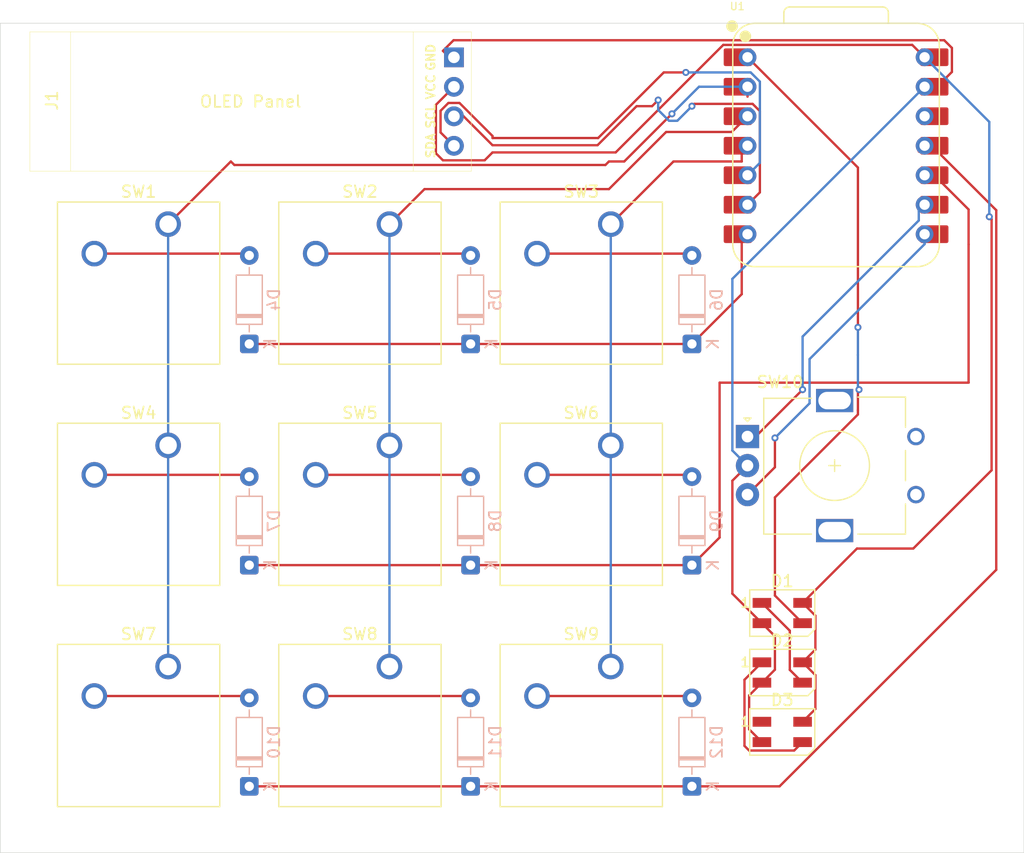
<source format=kicad_pcb>
(kicad_pcb (version 20241229) (generator "pcbnew") (generator_version "9.0")
  (layers (0 "F.Cu" signal) (2 "B.Cu" signal) (13 "F.Paste" user) (15 "B.Paste" user) (5 "F.SilkS" user "F.Silkscreen") (7 "B.SilkS" user "B.Silkscreen") (1 "F.Mask" user) (3 "B.Mask" user) (25 "Edge.Cuts" user))
  (net 0 "")
  (net 1 "Net-(D1-DIN)")
  (net 2 "+5V")
  (net 3 "GND")
  (net 4 "Net-(D1-DOUT)")
  (net 5 "Net-(D2-DOUT)")
  (net 7 "Row 0")
  (net 8 "Net-(D4-A)")
  (net 9 "Net-(D5-A)")
  (net 10 "Net-(D6-A)")
  (net 11 "Net-(D7-A)")
  (net 12 "Row 1")
  (net 13 "Net-(D8-A)")
  (net 14 "Net-(D9-A)")
  (net 15 "Net-(D10-A)")
  (net 16 "Row 2")
  (net 17 "Net-(D11-A)")
  (net 18 "Net-(D12-A)")
  (net 19 "Net-(J1-SDA)")
  (net 20 "Net-(J1-SCL)")
  (net 21 "Column 0")
  (net 22 "Column 1")
  (net 23 "Column 2")
  (net 24 "Net-(U1-GPIO1{slash}RX)")
  (net 25 "Net-(U1-GPIO2{slash}SCK)")
  (footprint "Button_Switch_Keyboard:SW_Cherry_MX_1.00u_PCB" (layer "F.Cu") (at 176.37125 50.64125)
    (property "Reference" "SW3" (at -2.54 -2.794 0) (layer "F.SilkS"))
    (property "Value" "SW_Push")
    (fp_line (start -9.525 -1.905) (end 4.445 -1.905) (stroke (width 0.12)) (layer "F.SilkS"))
    (fp_line (start -9.525 12.065) (end -9.525 -1.905) (stroke (width 0.12)) (layer "F.SilkS"))
    (fp_line (start 4.445 -1.905) (end 4.445 12.065) (stroke (width 0.12)) (layer "F.SilkS"))
    (fp_line (start 4.445 12.065) (end -9.525 12.065) (stroke (width 0.12)) (layer "F.SilkS"))
    (pad "" np_thru_hole circle (at -7.62 5.08) (size 1.7 1.7) (drill 1.7) (layers "*.Cu" "*.Mask"))
    (pad "" np_thru_hole circle (at -2.54 5.08) (size 4 4) (drill 4) (layers "*.Cu" "*.Mask"))
    (pad "" np_thru_hole circle (at 2.54 5.08) (size 1.7 1.7) (drill 1.7) (layers "*.Cu" "*.Mask"))
    (pad "1" thru_hole circle (at 0 0) (size 2.2 2.2) (drill 1.5) (layers "*.Cu" "*.Mask") (net 23 "Column 2"))
    (pad "2" thru_hole circle (at -6.35 2.54) (size 2.2 2.2) (drill 1.5) (layers "*.Cu" "*.Mask") (net 10 "Net-(D6-A)"))
  )
  (footprint "Button_Switch_Keyboard:SW_Cherry_MX_1.00u_PCB" (layer "F.Cu") (at 157.32125 69.69125)
    (property "Reference" "SW5" (at -2.54 -2.794 0) (layer "F.SilkS"))
    (property "Value" "SW_Push")
    (fp_line (start -9.525 -1.905) (end 4.445 -1.905) (stroke (width 0.12)) (layer "F.SilkS"))
    (fp_line (start -9.525 12.065) (end -9.525 -1.905) (stroke (width 0.12)) (layer "F.SilkS"))
    (fp_line (start 4.445 -1.905) (end 4.445 12.065) (stroke (width 0.12)) (layer "F.SilkS"))
    (fp_line (start 4.445 12.065) (end -9.525 12.065) (stroke (width 0.12)) (layer "F.SilkS"))
    (pad "" np_thru_hole circle (at -7.62 5.08) (size 1.7 1.7) (drill 1.7) (layers "*.Cu" "*.Mask"))
    (pad "" np_thru_hole circle (at -2.54 5.08) (size 4 4) (drill 4) (layers "*.Cu" "*.Mask"))
    (pad "" np_thru_hole circle (at 2.54 5.08) (size 1.7 1.7) (drill 1.7) (layers "*.Cu" "*.Mask"))
    (pad "1" thru_hole circle (at 0 0) (size 2.2 2.2) (drill 1.5) (layers "*.Cu" "*.Mask") (net 22 "Column 1"))
    (pad "2" thru_hole circle (at -6.35 2.54) (size 2.2 2.2) (drill 1.5) (layers "*.Cu" "*.Mask") (net 13 "Net-(D8-A)"))
  )
  (footprint "Button_Switch_Keyboard:SW_Cherry_MX_1.00u_PCB" (layer "F.Cu") (at 138.27125 88.74125)
    (property "Reference" "SW7" (at -2.54 -2.794 0) (layer "F.SilkS"))
    (property "Value" "SW_Push")
    (fp_line (start -9.525 -1.905) (end 4.445 -1.905) (stroke (width 0.12)) (layer "F.SilkS"))
    (fp_line (start -9.525 12.065) (end -9.525 -1.905) (stroke (width 0.12)) (layer "F.SilkS"))
    (fp_line (start 4.445 -1.905) (end 4.445 12.065) (stroke (width 0.12)) (layer "F.SilkS"))
    (fp_line (start 4.445 12.065) (end -9.525 12.065) (stroke (width 0.12)) (layer "F.SilkS"))
    (pad "" np_thru_hole circle (at -7.62 5.08) (size 1.7 1.7) (drill 1.7) (layers "*.Cu" "*.Mask"))
    (pad "" np_thru_hole circle (at -2.54 5.08) (size 4 4) (drill 4) (layers "*.Cu" "*.Mask"))
    (pad "" np_thru_hole circle (at 2.54 5.08) (size 1.7 1.7) (drill 1.7) (layers "*.Cu" "*.Mask"))
    (pad "1" thru_hole circle (at 0 0) (size 2.2 2.2) (drill 1.5) (layers "*.Cu" "*.Mask") (net 21 "Column 0"))
    (pad "2" thru_hole circle (at -6.35 2.54) (size 2.2 2.2) (drill 1.5) (layers "*.Cu" "*.Mask") (net 15 "Net-(D10-A)"))
  )
  (footprint "LED_SMD:LED_SK6812MINI_PLCC4_3.5x3.5mm_P1.75mm" (layer "F.Cu") (at 191.13125 94.375)
    (property "Reference" "D3" (at 0 -2.75 0) (layer "F.SilkS"))
    (property "Value" "SK6812MINI")
    (fp_line (start -2.8 -2) (end -2.8 2) (stroke (width 0.12)) (layer "F.SilkS"))
    (fp_line (start -2.8 -2) (end 2.8 -2) (stroke (width 0.12)) (layer "F.SilkS"))
    (fp_line (start -2.8 2) (end 2.2 2) (stroke (width 0.12)) (layer "F.SilkS"))
    (fp_line (start 2.8 1.4) (end 2.2 2) (stroke (width 0.12)) (layer "F.SilkS"))
    (fp_line (start 2.8 1.4) (end 2.8 -2) (stroke (width 0.12)) (layer "F.SilkS"))
    (fp_text user "1" (at -3.2 -0.875 0) (layer "F.SilkS") (effects (font (size 0.8 0.8))))
    (pad "1" smd rect (at -1.75 -0.875) (size 1.6 0.85) (layers "F.Cu" "F.Mask" "F.Paste"))
    (pad "2" smd rect (at -1.75 0.875) (size 1.6 0.85) (layers "F.Cu" "F.Mask" "F.Paste") (net 3 "GND"))
    (pad "3" smd rect (at 1.75 0.875) (size 1.6 0.85) (layers "F.Cu" "F.Mask" "F.Paste") (net 5 "Net-(D2-DOUT)"))
    (pad "4" smd rect (at 1.75 -0.875) (size 1.6 0.85) (layers "F.Cu" "F.Mask" "F.Paste") (net 2 "+5V"))
  )
  (footprint "Button_Switch_Keyboard:SW_Cherry_MX_1.00u_PCB" (layer "F.Cu") (at 157.32125 50.64125)
    (property "Reference" "SW2" (at -2.54 -2.794 0) (layer "F.SilkS"))
    (property "Value" "SW_Push")
    (fp_line (start -9.525 -1.905) (end 4.445 -1.905) (stroke (width 0.12)) (layer "F.SilkS"))
    (fp_line (start -9.525 12.065) (end -9.525 -1.905) (stroke (width 0.12)) (layer "F.SilkS"))
    (fp_line (start 4.445 -1.905) (end 4.445 12.065) (stroke (width 0.12)) (layer "F.SilkS"))
    (fp_line (start 4.445 12.065) (end -9.525 12.065) (stroke (width 0.12)) (layer "F.SilkS"))
    (pad "" np_thru_hole circle (at -7.62 5.08) (size 1.7 1.7) (drill 1.7) (layers "*.Cu" "*.Mask"))
    (pad "" np_thru_hole circle (at -2.54 5.08) (size 4 4) (drill 4) (layers "*.Cu" "*.Mask"))
    (pad "" np_thru_hole circle (at 2.54 5.08) (size 1.7 1.7) (drill 1.7) (layers "*.Cu" "*.Mask"))
    (pad "1" thru_hole circle (at 0 0) (size 2.2 2.2) (drill 1.5) (layers "*.Cu" "*.Mask") (net 22 "Column 1"))
    (pad "2" thru_hole circle (at -6.35 2.54) (size 2.2 2.2) (drill 1.5) (layers "*.Cu" "*.Mask") (net 9 "Net-(D5-A)"))
  )
  (footprint "LED_SMD:LED_SK6812MINI_PLCC4_3.5x3.5mm_P1.75mm" (layer "F.Cu") (at 191.13125 84.135)
    (property "Reference" "D1" (at 0 -2.75 0) (layer "F.SilkS"))
    (property "Value" "SK6812MINI")
    (fp_line (start -2.8 -2) (end -2.8 2) (stroke (width 0.12)) (layer "F.SilkS"))
    (fp_line (start -2.8 -2) (end 2.8 -2) (stroke (width 0.12)) (layer "F.SilkS"))
    (fp_line (start -2.8 2) (end 2.2 2) (stroke (width 0.12)) (layer "F.SilkS"))
    (fp_line (start 2.8 1.4) (end 2.2 2) (stroke (width 0.12)) (layer "F.SilkS"))
    (fp_line (start 2.8 1.4) (end 2.8 -2) (stroke (width 0.12)) (layer "F.SilkS"))
    (fp_text user "1" (at -3.2 -0.875 0) (layer "F.SilkS") (effects (font (size 0.8 0.8))))
    (pad "1" smd rect (at -1.75 -0.875) (size 1.6 0.85) (layers "F.Cu" "F.Mask" "F.Paste") (net 4 "Net-(D1-DOUT)"))
    (pad "2" smd rect (at -1.75 0.875) (size 1.6 0.85) (layers "F.Cu" "F.Mask" "F.Paste") (net 3 "GND"))
    (pad "3" smd rect (at 1.75 0.875) (size 1.6 0.85) (layers "F.Cu" "F.Mask" "F.Paste") (net 1 "Net-(D1-DIN)"))
    (pad "4" smd rect (at 1.75 -0.875) (size 1.6 0.85) (layers "F.Cu" "F.Mask" "F.Paste") (net 2 "+5V"))
  )
  (footprint "Button_Switch_Keyboard:SW_Cherry_MX_1.00u_PCB" (layer "F.Cu") (at 138.27125 50.64125)
    (property "Reference" "SW1" (at -2.54 -2.794 0) (layer "F.SilkS"))
    (property "Value" "SW_Push")
    (fp_line (start -9.525 -1.905) (end 4.445 -1.905) (stroke (width 0.12)) (layer "F.SilkS"))
    (fp_line (start -9.525 12.065) (end -9.525 -1.905) (stroke (width 0.12)) (layer "F.SilkS"))
    (fp_line (start 4.445 -1.905) (end 4.445 12.065) (stroke (width 0.12)) (layer "F.SilkS"))
    (fp_line (start 4.445 12.065) (end -9.525 12.065) (stroke (width 0.12)) (layer "F.SilkS"))
    (pad "" np_thru_hole circle (at -7.62 5.08) (size 1.7 1.7) (drill 1.7) (layers "*.Cu" "*.Mask"))
    (pad "" np_thru_hole circle (at -2.54 5.08) (size 4 4) (drill 4) (layers "*.Cu" "*.Mask"))
    (pad "" np_thru_hole circle (at 2.54 5.08) (size 1.7 1.7) (drill 1.7) (layers "*.Cu" "*.Mask"))
    (pad "1" thru_hole circle (at 0 0) (size 2.2 2.2) (drill 1.5) (layers "*.Cu" "*.Mask") (net 21 "Column 0"))
    (pad "2" thru_hole circle (at -6.35 2.54) (size 2.2 2.2) (drill 1.5) (layers "*.Cu" "*.Mask") (net 8 "Net-(D4-A)"))
  )
  (footprint "OPL:XIAO-RP2040-DIP" (layer "F.Cu") (at 195.761826 43.888113)
    (property "Reference" "U1" (at -8.5 -12 0) (layer "F.SilkS") (effects (font (size 0.635 0.635) (thickness 0.1016))))
    (property "Value" "XIAO-RP2040-DIP")
    (fp_line (start -8.89 8.509) (end -8.89 -8.636) (stroke (width 0.127)) (layer "F.SilkS"))
    (fp_line (start -6.985 10.414) (end 6.985 10.414) (stroke (width 0.127)) (layer "F.SilkS"))
    (fp_line (start -4.495 -10.541) (end -4.491272 -11.451272) (stroke (width 0.127)) (layer "F.SilkS"))
    (fp_line (start -3.991272 -11.951) (end 4.004 -11.951) (stroke (width 0.127)) (layer "F.SilkS"))
    (fp_line (start 4.504 -11.451) (end 4.504 -10.541) (stroke (width 0.127)) (layer "F.SilkS"))
    (fp_line (start 6.985 -10.541) (end -6.985 -10.541) (stroke (width 0.1)) (layer "F.SilkS"))
    (fp_line (start 6.985 -10.541) (end -6.985 -10.541) (stroke (width 0.127)) (layer "F.SilkS"))
    (fp_line (start 8.89 8.509) (end 8.89 -8.636) (stroke (width 0.127)) (layer "F.SilkS"))
    (fp_arc (start -8.89 -8.636) (mid -8.332038 -9.983038) (end -6.985 -10.541) (stroke (width 0.127)) (layer "F.SilkS"))
    (fp_arc (start -6.985 10.414) (mid -8.332038 9.856038) (end -8.89 8.509) (stroke (width 0.127)) (layer "F.SilkS"))
    (fp_arc (start -4.491272 -11.451272) (mid -4.344728 -11.80464) (end -3.991272 -11.951) (stroke (width 0.127)) (layer "F.SilkS"))
    (fp_arc (start 4.004 -11.951) (mid 4.357553 -11.804553) (end 4.504 -11.451) (stroke (width 0.127)) (layer "F.SilkS"))
    (fp_arc (start 6.985 -10.541) (mid 8.332038 -9.983038) (end 8.89 -8.636) (stroke (width 0.127)) (layer "F.SilkS"))
    (fp_arc (start 8.89 8.509) (mid 8.332038 9.856038) (end 6.985 10.414) (stroke (width 0.127)) (layer "F.SilkS"))
    (fp_circle (center -8.95 -10.3) (end -8.95 -10.554) (stroke (width 0.5)) (fill yes) (layer "F.SilkS"))
    (fp_circle (center -7.807 -9.42) (end -7.807 -9.674) (stroke (width 0.5)) (fill yes) (layer "F.SilkS"))
    (pad "1" smd roundrect (at -8.455 -7.62 180) (size 2.432 1.524) (layers "F.Cu" "F.Mask") (roundrect_rratio 0.1) (net 1 "Net-(D1-DIN)"))
    (pad "1" thru_hole circle (at -7.62 -7.62 180) (size 1.524 1.524) (drill 0.889) (layers "*.Cu" "*.Mask") (net 1 "Net-(D1-DIN)"))
    (pad "2" smd roundrect (at -8.455 -5.08 180) (size 2.432 1.524) (layers "F.Cu" "F.Mask") (roundrect_rratio 0.1) (net 21 "Column 0"))
    (pad "2" thru_hole circle (at -7.62 -5.08 180) (size 1.524 1.524) (drill 0.889) (layers "*.Cu" "*.Mask") (net 21 "Column 0"))
    (pad "3" smd roundrect (at -8.455 -2.54 180) (size 2.432 1.524) (layers "F.Cu" "F.Mask") (roundrect_rratio 0.1) (net 22 "Column 1"))
    (pad "3" thru_hole circle (at -7.62 -2.54 180) (size 1.524 1.524) (drill 0.889) (layers "*.Cu" "*.Mask") (net 22 "Column 1"))
    (pad "4" smd roundrect (at -8.455 0 180) (size 2.432 1.524) (layers "F.Cu" "F.Mask") (roundrect_rratio 0.1) (net 23 "Column 2"))
    (pad "4" thru_hole circle (at -7.62 0 180) (size 1.524 1.524) (drill 0.889) (layers "*.Cu" "*.Mask") (net 23 "Column 2"))
    (pad "5" smd roundrect (at -8.455 2.54 180) (size 2.432 1.524) (layers "F.Cu" "F.Mask") (roundrect_rratio 0.1) (net 19 "Net-(J1-SDA)"))
    (pad "5" thru_hole circle (at -7.62 2.54 180) (size 1.524 1.524) (drill 0.889) (layers "*.Cu" "*.Mask") (net 19 "Net-(J1-SDA)"))
    (pad "6" smd roundrect (at -8.455 5.08 180) (size 2.432 1.524) (layers "F.Cu" "F.Mask") (roundrect_rratio 0.1) (net 20 "Net-(J1-SCL)"))
    (pad "6" thru_hole circle (at -7.62 5.08 180) (size 1.524 1.524) (drill 0.889) (layers "*.Cu" "*.Mask") (net 20 "Net-(J1-SCL)"))
    (pad "7" smd roundrect (at -8.455 7.62 180) (size 2.432 1.524) (layers "F.Cu" "F.Mask") (roundrect_rratio 0.1) (net 7 "Row 0"))
    (pad "7" thru_hole circle (at -7.62 7.62 180) (size 1.524 1.524) (drill 0.889) (layers "*.Cu" "*.Mask") (net 7 "Row 0"))
    (pad "8" thru_hole circle (at 7.62 7.62) (size 1.524 1.524) (drill 0.889) (layers "*.Cu" "*.Mask") (net 24 "Net-(U1-GPIO1{slash}RX)"))
    (pad "8" smd roundrect (at 8.455 7.62) (size 2.432 1.524) (layers "F.Cu" "F.Mask") (roundrect_rratio 0.1) (net 24 "Net-(U1-GPIO1{slash}RX)"))
    (pad "9" thru_hole circle (at 7.62 5.08) (size 1.524 1.524) (drill 0.889) (layers "*.Cu" "*.Mask") (net 25 "Net-(U1-GPIO2{slash}SCK)"))
    (pad "9" smd roundrect (at 8.455 5.08) (size 2.432 1.524) (layers "F.Cu" "F.Mask") (roundrect_rratio 0.1) (net 25 "Net-(U1-GPIO2{slash}SCK)"))
    (pad "10" thru_hole circle (at 7.62 2.54) (size 1.524 1.524) (drill 0.889) (layers "*.Cu" "*.Mask") (net 12 "Row 1"))
    (pad "10" smd roundrect (at 8.455 2.54) (size 2.432 1.524) (layers "F.Cu" "F.Mask") (roundrect_rratio 0.1) (net 12 "Row 1"))
    (pad "11" thru_hole circle (at 7.62 0) (size 1.524 1.524) (drill 0.889) (layers "*.Cu" "*.Mask") (net 16 "Row 2"))
    (pad "11" smd roundrect (at 8.455 0) (size 2.432 1.524) (layers "F.Cu" "F.Mask") (roundrect_rratio 0.1) (net 16 "Row 2"))
    (pad "12" thru_hole circle (at 7.62 -2.54) (size 1.524 1.524) (drill 0.889) (layers "*.Cu" "*.Mask"))
    (pad "12" smd roundrect (at 8.455 -2.54) (size 2.432 1.524) (layers "F.Cu" "F.Mask") (roundrect_rratio 0.1))
    (pad "13" thru_hole circle (at 7.62 -5.08) (size 1.524 1.524) (drill 0.889) (layers "*.Cu" "*.Mask") (net 3 "GND"))
    (pad "13" smd roundrect (at 8.455 -5.08) (size 2.432 1.524) (layers "F.Cu" "F.Mask") (roundrect_rratio 0.1) (net 3 "GND"))
    (pad "14" thru_hole circle (at 7.62 -7.62) (size 1.524 1.524) (drill 0.889) (layers "*.Cu" "*.Mask") (net 2 "+5V"))
    (pad "14" smd roundrect (at 8.455 -7.62) (size 2.432 1.524) (layers "F.Cu" "F.Mask") (roundrect_rratio 0.1) (net 2 "+5V"))
  )
  (footprint "OLED1:SSD1306-0.91-OLED-4pin-128x32 (2)" (layer "F.Cu") (at 126.37125 34.085589)
    (property "Reference" "J1" (at 1.9 5.91 90) (layer "F.SilkS"))
    (property "Value" "OLED_128x32")
    (fp_line (start 0 0) (end 0 12) (stroke (width 0.04)) (layer "F.SilkS"))
    (fp_line (start 0 12) (end 38 12) (stroke (width 0.04)) (layer "F.SilkS"))
    (fp_line (start 3.5 0) (end 3.5 12) (stroke (width 0.04)) (layer "F.SilkS"))
    (fp_line (start 33 0) (end 33 12) (stroke (width 0.04)) (layer "F.SilkS"))
    (fp_line (start 38 0) (end 0 0) (stroke (width 0.04)) (layer "F.SilkS"))
    (fp_line (start 38 12) (end 38 0) (stroke (width 0.04)) (layer "F.SilkS"))
    (fp_text user "OLED Panel" (at 19 6 0) (layer "F.SilkS"))
    (fp_text user "GND" (at 34.5 2.19 270) (layer "F.SilkS") (effects (font (size 0.75 0.75))))
    (fp_text user "SDA" (at 34.5 9.81 270) (layer "F.SilkS") (effects (font (size 0.75 0.75))))
    (fp_text user "VCC" (at 34.5 4.73 270) (layer "F.SilkS") (effects (font (size 0.75 0.75))))
    (fp_text user "SCL" (at 34.5 7.27 270) (layer "F.SilkS") (effects (font (size 0.75 0.75))))
    (pad "1" thru_hole rect (at 36.5 2.19) (size 1.7 1.7) (drill 1) (layers "*.Cu" "*.Mask") (net 3 "GND"))
    (pad "2" thru_hole oval (at 36.5 4.73) (size 1.7 1.7) (drill 1) (layers "*.Cu" "*.Mask") (net 2 "+5V"))
    (pad "3" thru_hole oval (at 36.5 7.27) (size 1.7 1.7) (drill 1) (layers "*.Cu" "*.Mask") (net 20 "Net-(J1-SCL)"))
    (pad "4" thru_hole oval (at 36.5 9.81) (size 1.7 1.7) (drill 1) (layers "*.Cu" "*.Mask") (net 19 "Net-(J1-SDA)"))
  )
  (footprint "Button_Switch_Keyboard:SW_Cherry_MX_1.00u_PCB" (layer "F.Cu") (at 176.37125 69.69125)
    (property "Reference" "SW6" (at -2.54 -2.794 0) (layer "F.SilkS"))
    (property "Value" "SW_Push")
    (fp_line (start -9.525 -1.905) (end 4.445 -1.905) (stroke (width 0.12)) (layer "F.SilkS"))
    (fp_line (start -9.525 12.065) (end -9.525 -1.905) (stroke (width 0.12)) (layer "F.SilkS"))
    (fp_line (start 4.445 -1.905) (end 4.445 12.065) (stroke (width 0.12)) (layer "F.SilkS"))
    (fp_line (start 4.445 12.065) (end -9.525 12.065) (stroke (width 0.12)) (layer "F.SilkS"))
    (pad "" np_thru_hole circle (at -7.62 5.08) (size 1.7 1.7) (drill 1.7) (layers "*.Cu" "*.Mask"))
    (pad "" np_thru_hole circle (at -2.54 5.08) (size 4 4) (drill 4) (layers "*.Cu" "*.Mask"))
    (pad "" np_thru_hole circle (at 2.54 5.08) (size 1.7 1.7) (drill 1.7) (layers "*.Cu" "*.Mask"))
    (pad "1" thru_hole circle (at 0 0) (size 2.2 2.2) (drill 1.5) (layers "*.Cu" "*.Mask") (net 23 "Column 2"))
    (pad "2" thru_hole circle (at -6.35 2.54) (size 2.2 2.2) (drill 1.5) (layers "*.Cu" "*.Mask") (net 14 "Net-(D9-A)"))
  )
  (footprint "Button_Switch_Keyboard:SW_Cherry_MX_1.00u_PCB" (layer "F.Cu") (at 138.27125 69.69125)
    (property "Reference" "SW4" (at -2.54 -2.794 0) (layer "F.SilkS"))
    (property "Value" "SW_Push")
    (fp_line (start -9.525 -1.905) (end 4.445 -1.905) (stroke (width 0.12)) (layer "F.SilkS"))
    (fp_line (start -9.525 12.065) (end -9.525 -1.905) (stroke (width 0.12)) (layer "F.SilkS"))
    (fp_line (start 4.445 -1.905) (end 4.445 12.065) (stroke (width 0.12)) (layer "F.SilkS"))
    (fp_line (start 4.445 12.065) (end -9.525 12.065) (stroke (width 0.12)) (layer "F.SilkS"))
    (pad "" np_thru_hole circle (at -7.62 5.08) (size 1.7 1.7) (drill 1.7) (layers "*.Cu" "*.Mask"))
    (pad "" np_thru_hole circle (at -2.54 5.08) (size 4 4) (drill 4) (layers "*.Cu" "*.Mask"))
    (pad "" np_thru_hole circle (at 2.54 5.08) (size 1.7 1.7) (drill 1.7) (layers "*.Cu" "*.Mask"))
    (pad "1" thru_hole circle (at 0 0) (size 2.2 2.2) (drill 1.5) (layers "*.Cu" "*.Mask") (net 21 "Column 0"))
    (pad "2" thru_hole circle (at -6.35 2.54) (size 2.2 2.2) (drill 1.5) (layers "*.Cu" "*.Mask") (net 11 "Net-(D7-A)"))
  )
  (footprint "Rotateryencoder:RotaryEncoder_Alps_EC11E_Vertical_H20mm" (layer "F.Cu") (at 188.1375 68.9375)
    (property "Reference" "SW10" (at 2.8 -4.7 0) (layer "F.SilkS"))
    (property "Value" "RotaryEncoder")
    (fp_line (start -0.3 -1.6) (end 0.3 -1.6) (stroke (width 0.12)) (layer "F.SilkS"))
    (fp_line (start 0 -1.3) (end -0.3 -1.6) (stroke (width 0.12)) (layer "F.SilkS"))
    (fp_line (start 0.3 -1.6) (end 0 -1.3) (stroke (width 0.12)) (layer "F.SilkS"))
    (fp_line (start 1.4 -3.3) (end 1.4 8.4) (stroke (width 0.12)) (layer "F.SilkS"))
    (fp_line (start 5.5 -3.3) (end 1.4 -3.3) (stroke (width 0.12)) (layer "F.SilkS"))
    (fp_line (start 5.5 8.4) (end 1.4 8.4) (stroke (width 0.12)) (layer "F.SilkS"))
    (fp_line (start 7 2.5) (end 8 2.5) (stroke (width 0.12)) (layer "F.SilkS"))
    (fp_line (start 7.5 2) (end 7.5 3) (stroke (width 0.12)) (layer "F.SilkS"))
    (fp_line (start 9.5 -3.4) (end 13.6 -3.4) (stroke (width 0.12)) (layer "F.SilkS"))
    (fp_line (start 13.6 -3.4) (end 13.6 -0.8) (stroke (width 0.12)) (layer "F.SilkS"))
    (fp_line (start 13.6 1.2) (end 13.6 3.8) (stroke (width 0.12)) (layer "F.SilkS"))
    (fp_line (start 13.6 5.8) (end 13.6 8.4) (stroke (width 0.12)) (layer "F.SilkS"))
    (fp_line (start 13.6 8.4) (end 9.5 8.4) (stroke (width 0.12)) (layer "F.SilkS"))
    (fp_circle (center 7.5 2.5) (end 10.5 2.5) (stroke (width 0.12)) (fill no) (layer "F.SilkS"))
    (pad "" thru_hole circle (at 14.5 0) (size 1.5 1.5) (drill 1) (layers "*.Cu" "*.Mask"))
    (pad "" thru_hole circle (at 14.5 5) (size 1.5 1.5) (drill 1) (layers "*.Cu" "*.Mask"))
    (pad "A" thru_hole rect (at 0 0) (size 2 2) (drill 1) (layers "*.Cu" "*.Mask") (net 25 "Net-(U1-GPIO2{slash}SCK)"))
    (pad "B" thru_hole circle (at 0 5) (size 2 2) (drill 1) (layers "*.Cu" "*.Mask") (net 24 "Net-(U1-GPIO1{slash}RX)"))
    (pad "C" thru_hole circle (at 0 2.5) (size 2 2) (drill 1) (layers "*.Cu" "*.Mask") (net 3 "GND"))
    (pad "MP" thru_hole rect (at 7.5 -3.1) (size 3.2 2) (drill oval 2.8 1.5) (layers "*.Cu" "*.Mask"))
    (pad "MP" thru_hole rect (at 7.5 8.1) (size 3.2 2) (drill oval 2.8 1.5) (layers "*.Cu" "*.Mask"))
  )
  (footprint "Button_Switch_Keyboard:SW_Cherry_MX_1.00u_PCB" (layer "F.Cu") (at 157.32125 88.74125)
    (property "Reference" "SW8" (at -2.54 -2.794 0) (layer "F.SilkS"))
    (property "Value" "SW_Push")
    (fp_line (start -9.525 -1.905) (end 4.445 -1.905) (stroke (width 0.12)) (layer "F.SilkS"))
    (fp_line (start -9.525 12.065) (end -9.525 -1.905) (stroke (width 0.12)) (layer "F.SilkS"))
    (fp_line (start 4.445 -1.905) (end 4.445 12.065) (stroke (width 0.12)) (layer "F.SilkS"))
    (fp_line (start 4.445 12.065) (end -9.525 12.065) (stroke (width 0.12)) (layer "F.SilkS"))
    (pad "" np_thru_hole circle (at -7.62 5.08) (size 1.7 1.7) (drill 1.7) (layers "*.Cu" "*.Mask"))
    (pad "" np_thru_hole circle (at -2.54 5.08) (size 4 4) (drill 4) (layers "*.Cu" "*.Mask"))
    (pad "" np_thru_hole circle (at 2.54 5.08) (size 1.7 1.7) (drill 1.7) (layers "*.Cu" "*.Mask"))
    (pad "1" thru_hole circle (at 0 0) (size 2.2 2.2) (drill 1.5) (layers "*.Cu" "*.Mask") (net 22 "Column 1"))
    (pad "2" thru_hole circle (at -6.35 2.54) (size 2.2 2.2) (drill 1.5) (layers "*.Cu" "*.Mask") (net 17 "Net-(D11-A)"))
  )
  (footprint "Button_Switch_Keyboard:SW_Cherry_MX_1.00u_PCB" (layer "F.Cu") (at 176.37125 88.74125)
    (property "Reference" "SW9" (at -2.54 -2.794 0) (layer "F.SilkS"))
    (property "Value" "SW_Push")
    (fp_line (start -9.525 -1.905) (end 4.445 -1.905) (stroke (width 0.12)) (layer "F.SilkS"))
    (fp_line (start -9.525 12.065) (end -9.525 -1.905) (stroke (width 0.12)) (layer "F.SilkS"))
    (fp_line (start 4.445 -1.905) (end 4.445 12.065) (stroke (width 0.12)) (layer "F.SilkS"))
    (fp_line (start 4.445 12.065) (end -9.525 12.065) (stroke (width 0.12)) (layer "F.SilkS"))
    (pad "" np_thru_hole circle (at -7.62 5.08) (size 1.7 1.7) (drill 1.7) (layers "*.Cu" "*.Mask"))
    (pad "" np_thru_hole circle (at -2.54 5.08) (size 4 4) (drill 4) (layers "*.Cu" "*.Mask"))
    (pad "" np_thru_hole circle (at 2.54 5.08) (size 1.7 1.7) (drill 1.7) (layers "*.Cu" "*.Mask"))
    (pad "1" thru_hole circle (at 0 0) (size 2.2 2.2) (drill 1.5) (layers "*.Cu" "*.Mask") (net 23 "Column 2"))
    (pad "2" thru_hole circle (at -6.35 2.54) (size 2.2 2.2) (drill 1.5) (layers "*.Cu" "*.Mask") (net 18 "Net-(D12-A)"))
  )
  (footprint "LED_SMD:LED_SK6812MINI_PLCC4_3.5x3.5mm_P1.75mm" (layer "F.Cu") (at 191.13125 89.255)
    (property "Reference" "D2" (at 0 -2.75 0) (layer "F.SilkS"))
    (property "Value" "SK6812MINI")
    (fp_line (start -2.8 -2) (end -2.8 2) (stroke (width 0.12)) (layer "F.SilkS"))
    (fp_line (start -2.8 -2) (end 2.8 -2) (stroke (width 0.12)) (layer "F.SilkS"))
    (fp_line (start -2.8 2) (end 2.2 2) (stroke (width 0.12)) (layer "F.SilkS"))
    (fp_line (start 2.8 1.4) (end 2.2 2) (stroke (width 0.12)) (layer "F.SilkS"))
    (fp_line (start 2.8 1.4) (end 2.8 -2) (stroke (width 0.12)) (layer "F.SilkS"))
    (fp_text user "1" (at -3.2 -0.875 0) (layer "F.SilkS") (effects (font (size 0.8 0.8))))
    (pad "1" smd rect (at -1.75 -0.875) (size 1.6 0.85) (layers "F.Cu" "F.Mask" "F.Paste") (net 5 "Net-(D2-DOUT)"))
    (pad "2" smd rect (at -1.75 0.875) (size 1.6 0.85) (layers "F.Cu" "F.Mask" "F.Paste") (net 3 "GND"))
    (pad "3" smd rect (at 1.75 0.875) (size 1.6 0.85) (layers "F.Cu" "F.Mask" "F.Paste") (net 4 "Net-(D1-DOUT)"))
    (pad "4" smd rect (at 1.75 -0.875) (size 1.6 0.85) (layers "F.Cu" "F.Mask" "F.Paste") (net 2 "+5V"))
  )
  (footprint "Diode_THT:D_DO-35_SOD27_P7.62mm_Horizontal" (layer "B.Cu") (at 164.30625 99.06 90)
    (property "Reference" "D11" (at 3.81 2.12 90) (layer "B.SilkS") (effects (justify mirror)))
    (property "Value" "1N4148")
    (fp_line (start 6.58 0) (end 5.93 0) (stroke (width 0.12)) (layer "B.SilkS"))
    (fp_line (start 1.04 0) (end 1.69 0) (stroke (width 0.12)) (layer "B.SilkS"))
    (fp_line (start 2.53 1.12) (end 2.53 -1.12) (stroke (width 0.12)) (layer "B.SilkS"))
    (fp_line (start 2.41 1.12) (end 2.41 -1.12) (stroke (width 0.12)) (layer "B.SilkS"))
    (fp_line (start 2.29 1.12) (end 2.29 -1.12) (stroke (width 0.12)) (layer "B.SilkS"))
    (fp_rect (start 1.69 1.12) (end 5.93 -1.12) (stroke (width 0.12)) (fill no) (layer "B.SilkS"))
    (fp_text user "K" (at 0 1.8 90) (layer "B.SilkS") (effects (justify mirror)))
    (pad "1" thru_hole roundrect (at 0 0 90) (size 1.6 1.6) (drill 0.8) (layers "*.Cu" "*.Mask") (roundrect_rratio 0.15625) (net 16 "Row 2"))
    (pad "2" thru_hole circle (at 7.62 0 90) (size 1.6 1.6) (drill 0.8) (layers "*.Cu" "*.Mask") (net 17 "Net-(D11-A)"))
  )
  (footprint "Diode_THT:D_DO-35_SOD27_P7.62mm_Horizontal" (layer "B.Cu") (at 145.25625 60.96 90)
    (property "Reference" "D4" (at 3.81 2.12 90) (layer "B.SilkS") (effects (justify mirror)))
    (property "Value" "1N4148")
    (fp_line (start 6.58 0) (end 5.93 0) (stroke (width 0.12)) (layer "B.SilkS"))
    (fp_line (start 1.04 0) (end 1.69 0) (stroke (width 0.12)) (layer "B.SilkS"))
    (fp_line (start 2.53 1.12) (end 2.53 -1.12) (stroke (width 0.12)) (layer "B.SilkS"))
    (fp_line (start 2.41 1.12) (end 2.41 -1.12) (stroke (width 0.12)) (layer "B.SilkS"))
    (fp_line (start 2.29 1.12) (end 2.29 -1.12) (stroke (width 0.12)) (layer "B.SilkS"))
    (fp_rect (start 1.69 1.12) (end 5.93 -1.12) (stroke (width 0.12)) (fill no) (layer "B.SilkS"))
    (fp_text user "K" (at 0 1.8 90) (layer "B.SilkS") (effects (justify mirror)))
    (pad "1" thru_hole roundrect (at 0 0 90) (size 1.6 1.6) (drill 0.8) (layers "*.Cu" "*.Mask") (roundrect_rratio 0.15625) (net 7 "Row 0"))
    (pad "2" thru_hole circle (at 7.62 0 90) (size 1.6 1.6) (drill 0.8) (layers "*.Cu" "*.Mask") (net 8 "Net-(D4-A)"))
  )
  (footprint "Diode_THT:D_DO-35_SOD27_P7.62mm_Horizontal" (layer "B.Cu") (at 145.25625 80.01 90)
    (property "Reference" "D7" (at 3.81 2.12 90) (layer "B.SilkS") (effects (justify mirror)))
    (property "Value" "1N4148")
    (fp_line (start 6.58 0) (end 5.93 0) (stroke (width 0.12)) (layer "B.SilkS"))
    (fp_line (start 1.04 0) (end 1.69 0) (stroke (width 0.12)) (layer "B.SilkS"))
    (fp_line (start 2.53 1.12) (end 2.53 -1.12) (stroke (width 0.12)) (layer "B.SilkS"))
    (fp_line (start 2.41 1.12) (end 2.41 -1.12) (stroke (width 0.12)) (layer "B.SilkS"))
    (fp_line (start 2.29 1.12) (end 2.29 -1.12) (stroke (width 0.12)) (layer "B.SilkS"))
    (fp_rect (start 1.69 1.12) (end 5.93 -1.12) (stroke (width 0.12)) (fill no) (layer "B.SilkS"))
    (fp_text user "K" (at 0 1.8 90) (layer "B.SilkS") (effects (justify mirror)))
    (pad "1" thru_hole roundrect (at 0 0 90) (size 1.6 1.6) (drill 0.8) (layers "*.Cu" "*.Mask") (roundrect_rratio 0.15625) (net 12 "Row 1"))
    (pad "2" thru_hole circle (at 7.62 0 90) (size 1.6 1.6) (drill 0.8) (layers "*.Cu" "*.Mask") (net 11 "Net-(D7-A)"))
  )
  (footprint "Diode_THT:D_DO-35_SOD27_P7.62mm_Horizontal" (layer "B.Cu") (at 183.35625 99.06 90)
    (property "Reference" "D12" (at 3.81 2.12 90) (layer "B.SilkS") (effects (justify mirror)))
    (property "Value" "1N4148")
    (fp_line (start 6.58 0) (end 5.93 0) (stroke (width 0.12)) (layer "B.SilkS"))
    (fp_line (start 1.04 0) (end 1.69 0) (stroke (width 0.12)) (layer "B.SilkS"))
    (fp_line (start 2.53 1.12) (end 2.53 -1.12) (stroke (width 0.12)) (layer "B.SilkS"))
    (fp_line (start 2.41 1.12) (end 2.41 -1.12) (stroke (width 0.12)) (layer "B.SilkS"))
    (fp_line (start 2.29 1.12) (end 2.29 -1.12) (stroke (width 0.12)) (layer "B.SilkS"))
    (fp_rect (start 1.69 1.12) (end 5.93 -1.12) (stroke (width 0.12)) (fill no) (layer "B.SilkS"))
    (fp_text user "K" (at 0 1.8 90) (layer "B.SilkS") (effects (justify mirror)))
    (pad "1" thru_hole roundrect (at 0 0 90) (size 1.6 1.6) (drill 0.8) (layers "*.Cu" "*.Mask") (roundrect_rratio 0.15625) (net 16 "Row 2"))
    (pad "2" thru_hole circle (at 7.62 0 90) (size 1.6 1.6) (drill 0.8) (layers "*.Cu" "*.Mask") (net 18 "Net-(D12-A)"))
  )
  (footprint "Diode_THT:D_DO-35_SOD27_P7.62mm_Horizontal" (layer "B.Cu") (at 183.35625 80.01 90)
    (property "Reference" "D9" (at 3.81 2.12 90) (layer "B.SilkS") (effects (justify mirror)))
    (property "Value" "1N4148")
    (fp_line (start 6.58 0) (end 5.93 0) (stroke (width 0.12)) (layer "B.SilkS"))
    (fp_line (start 1.04 0) (end 1.69 0) (stroke (width 0.12)) (layer "B.SilkS"))
    (fp_line (start 2.53 1.12) (end 2.53 -1.12) (stroke (width 0.12)) (layer "B.SilkS"))
    (fp_line (start 2.41 1.12) (end 2.41 -1.12) (stroke (width 0.12)) (layer "B.SilkS"))
    (fp_line (start 2.29 1.12) (end 2.29 -1.12) (stroke (width 0.12)) (layer "B.SilkS"))
    (fp_rect (start 1.69 1.12) (end 5.93 -1.12) (stroke (width 0.12)) (fill no) (layer "B.SilkS"))
    (fp_text user "K" (at 0 1.8 90) (layer "B.SilkS") (effects (justify mirror)))
    (pad "1" thru_hole roundrect (at 0 0 90) (size 1.6 1.6) (drill 0.8) (layers "*.Cu" "*.Mask") (roundrect_rratio 0.15625) (net 12 "Row 1"))
    (pad "2" thru_hole circle (at 7.62 0 90) (size 1.6 1.6) (drill 0.8) (layers "*.Cu" "*.Mask") (net 14 "Net-(D9-A)"))
  )
  (footprint "Diode_THT:D_DO-35_SOD27_P7.62mm_Horizontal" (layer "B.Cu") (at 183.35625 60.96 90)
    (property "Reference" "D6" (at 3.81 2.12 90) (layer "B.SilkS") (effects (justify mirror)))
    (property "Value" "1N4148")
    (fp_line (start 6.58 0) (end 5.93 0) (stroke (width 0.12)) (layer "B.SilkS"))
    (fp_line (start 1.04 0) (end 1.69 0) (stroke (width 0.12)) (layer "B.SilkS"))
    (fp_line (start 2.53 1.12) (end 2.53 -1.12) (stroke (width 0.12)) (layer "B.SilkS"))
    (fp_line (start 2.41 1.12) (end 2.41 -1.12) (stroke (width 0.12)) (layer "B.SilkS"))
    (fp_line (start 2.29 1.12) (end 2.29 -1.12) (stroke (width 0.12)) (layer "B.SilkS"))
    (fp_rect (start 1.69 1.12) (end 5.93 -1.12) (stroke (width 0.12)) (fill no) (layer "B.SilkS"))
    (fp_text user "K" (at 0 1.8 90) (layer "B.SilkS") (effects (justify mirror)))
    (pad "1" thru_hole roundrect (at 0 0 90) (size 1.6 1.6) (drill 0.8) (layers "*.Cu" "*.Mask") (roundrect_rratio 0.15625) (net 7 "Row 0"))
    (pad "2" thru_hole circle (at 7.62 0 90) (size 1.6 1.6) (drill 0.8) (layers "*.Cu" "*.Mask") (net 10 "Net-(D6-A)"))
  )
  (footprint "Diode_THT:D_DO-35_SOD27_P7.62mm_Horizontal" (layer "B.Cu") (at 145.25625 99.06 90)
    (property "Reference" "D10" (at 3.81 2.12 90) (layer "B.SilkS") (effects (justify mirror)))
    (property "Value" "1N4148")
    (fp_line (start 6.58 0) (end 5.93 0) (stroke (width 0.12)) (layer "B.SilkS"))
    (fp_line (start 1.04 0) (end 1.69 0) (stroke (width 0.12)) (layer "B.SilkS"))
    (fp_line (start 2.53 1.12) (end 2.53 -1.12) (stroke (width 0.12)) (layer "B.SilkS"))
    (fp_line (start 2.41 1.12) (end 2.41 -1.12) (stroke (width 0.12)) (layer "B.SilkS"))
    (fp_line (start 2.29 1.12) (end 2.29 -1.12) (stroke (width 0.12)) (layer "B.SilkS"))
    (fp_rect (start 1.69 1.12) (end 5.93 -1.12) (stroke (width 0.12)) (fill no) (layer "B.SilkS"))
    (fp_text user "K" (at 0 1.8 90) (layer "B.SilkS") (effects (justify mirror)))
    (pad "1" thru_hole roundrect (at 0 0 90) (size 1.6 1.6) (drill 0.8) (layers "*.Cu" "*.Mask") (roundrect_rratio 0.15625) (net 16 "Row 2"))
    (pad "2" thru_hole circle (at 7.62 0 90) (size 1.6 1.6) (drill 0.8) (layers "*.Cu" "*.Mask") (net 15 "Net-(D10-A)"))
  )
  (footprint "Diode_THT:D_DO-35_SOD27_P7.62mm_Horizontal" (layer "B.Cu") (at 164.30625 60.96 90)
    (property "Reference" "D5" (at 3.81 2.12 90) (layer "B.SilkS") (effects (justify mirror)))
    (property "Value" "1N4148")
    (fp_line (start 6.58 0) (end 5.93 0) (stroke (width 0.12)) (layer "B.SilkS"))
    (fp_line (start 1.04 0) (end 1.69 0) (stroke (width 0.12)) (layer "B.SilkS"))
    (fp_line (start 2.53 1.12) (end 2.53 -1.12) (stroke (width 0.12)) (layer "B.SilkS"))
    (fp_line (start 2.41 1.12) (end 2.41 -1.12) (stroke (width 0.12)) (layer "B.SilkS"))
    (fp_line (start 2.29 1.12) (end 2.29 -1.12) (stroke (width 0.12)) (layer "B.SilkS"))
    (fp_rect (start 1.69 1.12) (end 5.93 -1.12) (stroke (width 0.12)) (fill no) (layer "B.SilkS"))
    (fp_text user "K" (at 0 1.8 90) (layer "B.SilkS") (effects (justify mirror)))
    (pad "1" thru_hole roundrect (at 0 0 90) (size 1.6 1.6) (drill 0.8) (layers "*.Cu" "*.Mask") (roundrect_rratio 0.15625) (net 7 "Row 0"))
    (pad "2" thru_hole circle (at 7.62 0 90) (size 1.6 1.6) (drill 0.8) (layers "*.Cu" "*.Mask") (net 9 "Net-(D5-A)"))
  )
  (footprint "Diode_THT:D_DO-35_SOD27_P7.62mm_Horizontal" (layer "B.Cu") (at 164.30625 80.01 90)
    (property "Reference" "D8" (at 3.81 2.12 90) (layer "B.SilkS") (effects (justify mirror)))
    (property "Value" "1N4148")
    (fp_line (start 6.58 0) (end 5.93 0) (stroke (width 0.12)) (layer "B.SilkS"))
    (fp_line (start 1.04 0) (end 1.69 0) (stroke (width 0.12)) (layer "B.SilkS"))
    (fp_line (start 2.53 1.12) (end 2.53 -1.12) (stroke (width 0.12)) (layer "B.SilkS"))
    (fp_line (start 2.41 1.12) (end 2.41 -1.12) (stroke (width 0.12)) (layer "B.SilkS"))
    (fp_line (start 2.29 1.12) (end 2.29 -1.12) (stroke (width 0.12)) (layer "B.SilkS"))
    (fp_rect (start 1.69 1.12) (end 5.93 -1.12) (stroke (width 0.12)) (fill no) (layer "B.SilkS"))
    (fp_text user "K" (at 0 1.8 90) (layer "B.SilkS") (effects (justify mirror)))
    (pad "1" thru_hole roundrect (at 0 0 90) (size 1.6 1.6) (drill 0.8) (layers "*.Cu" "*.Mask") (roundrect_rratio 0.15625) (net 12 "Row 1"))
    (pad "2" thru_hole circle (at 7.62 0 90) (size 1.6 1.6) (drill 0.8) (layers "*.Cu" "*.Mask") (net 13 "Net-(D8-A)"))
  )
  (gr_rect (start 123.825 33.3375) (end 211.93125 104.775) (stroke (width 0.05)) (fill no) (layer "Edge.Cuts"))
  (segment (start 197.64375 64.987502) (end 197.737502 64.89375) (width 0.2) (layer "F.Cu") (net 1))
  (segment (start 197.64375 66.675) (end 197.64375 64.987502) (width 0.2) (layer "F.Cu") (net 1))
  (segment (start 197.64375 59.53125) (end 197.64375 45.770037) (width 0.2) (layer "F.Cu") (net 1))
  (segment (start 190.5 82.62875) (end 190.5 74.177) (width 0.2) (layer "F.Cu") (net 1))
  (segment (start 190.5 74.177) (end 197.64375 67.03325) (width 0.2) (layer "F.Cu") (net 1))
  (segment (start 197.64375 45.770037) (end 188.141826 36.268113) (width 0.2) (layer "F.Cu") (net 1))
  (segment (start 197.64375 67.03325) (end 197.64375 66.675) (width 0.2) (layer "F.Cu") (net 1))
  (segment (start 192.88125 85.01) (end 190.5 82.62875) (width 0.2) (layer "F.Cu") (net 1))
  (via (at 197.737502 64.89375) (size 0.6) (drill 0.3) (layers "F.Cu" "B.Cu") (net 1))
  (via (at 197.64375 59.53125) (size 0.6) (drill 0.3) (layers "F.Cu" "B.Cu") (net 1))
  (segment (start 197.64375 64.799998) (end 197.64375 61.9125) (width 0.2) (layer "B.Cu") (net 1))
  (segment (start 197.737502 64.89375) (end 197.64375 64.799998) (width 0.2) (layer "B.Cu") (net 1))
  (segment (start 197.64375 61.9125) (end 197.64375 59.53125) (width 0.2) (layer "B.Cu") (net 1))
  (segment (start 193.98225 84.361) (end 193.98225 87.279) (width 0.2) (layer "F.Cu") (net 2))
  (segment (start 162.87125 38.815589) (end 161.31925 40.367589) (width 0.2) (layer "F.Cu") (net 2))
  (segment (start 197.56 78.58125) (end 202.40625 78.58125) (width 0.2) (layer "F.Cu") (net 2))
  (segment (start 209.149 50.20525) (end 208.95 50.00625) (width 0.2) (layer "F.Cu") (net 2))
  (segment (start 202.40625 78.58125) (end 209.149 71.8385) (width 0.2) (layer "F.Cu") (net 2))
  (segment (start 176.790724 44.465589) (end 186.0512 35.205113) (width 0.2) (layer "F.Cu") (net 2))
  (segment (start 192.88125 83.26) (end 193.98225 84.361) (width 0.2) (layer "F.Cu") (net 2))
  (segment (start 193.98225 92.399) (end 192.88125 93.5) (width 0.2) (layer "F.Cu") (net 2))
  (segment (start 192.88125 88.38) (end 193.98225 89.481) (width 0.2) (layer "F.Cu") (net 2))
  (segment (start 202.318826 35.205113) (end 203.381826 36.268113) (width 0.2) (layer "F.Cu") (net 2))
  (segment (start 186.0512 35.205113) (end 202.318826 35.205113) (width 0.2) (layer "F.Cu") (net 2))
  (segment (start 165.512161 45.145589) (end 166.192161 44.465589) (width 0.2) (layer "F.Cu") (net 2))
  (segment (start 193.98225 87.279) (end 192.88125 88.38) (width 0.2) (layer "F.Cu") (net 2))
  (segment (start 161.925 45.145589) (end 165.512161 45.145589) (width 0.2) (layer "F.Cu") (net 2))
  (segment (start 192.88125 83.26) (end 197.56 78.58125) (width 0.2) (layer "F.Cu") (net 2))
  (segment (start 193.98225 89.481) (end 193.98225 92.399) (width 0.2) (layer "F.Cu") (net 2))
  (segment (start 161.31925 44.539839) (end 161.925 45.145589) (width 0.2) (layer "F.Cu") (net 2))
  (segment (start 161.31925 40.367589) (end 161.31925 44.539839) (width 0.2) (layer "F.Cu") (net 2))
  (segment (start 166.192161 44.465589) (end 176.790724 44.465589) (width 0.2) (layer "F.Cu") (net 2))
  (segment (start 209.149 71.8385) (end 209.149 50.20525) (width 0.2) (layer "F.Cu") (net 2))
  (via (at 208.95 50.00625) (size 0.6) (drill 0.3) (layers "F.Cu" "B.Cu") (net 2))
  (segment (start 208.95 41.836287) (end 203.381826 36.268113) (width 0.2) (layer "B.Cu") (net 2))
  (segment (start 208.95 50.00625) (end 208.95 41.836287) (width 0.2) (layer "B.Cu") (net 2))
  (segment (start 190.5 89.01125) (end 190.5 86.12875) (width 0.2) (layer "F.Cu") (net 3))
  (segment (start 186.8365 72.7385) (end 188.1375 71.4375) (width 0.2) (layer "F.Cu") (net 3))
  (segment (start 188.28025 94.149) (end 188.28025 91.231) (width 0.2) (layer "F.Cu") (net 3))
  (segment (start 188.28025 91.231) (end 189.38125 90.13) (width 0.2) (layer "F.Cu") (net 3))
  (segment (start 186.8365 82.46525) (end 186.8365 72.7385) (width 0.2) (layer "F.Cu") (net 3))
  (segment (start 203.381826 38.808113) (end 204.459456 38.808113) (width 0.2) (layer "F.Cu") (net 3))
  (segment (start 190.5 86.12875) (end 189.38125 85.01) (width 0.2) (layer "F.Cu") (net 3))
  (segment (start 162.839637 34.804113) (end 205.071452 34.804113) (width 0.2) (layer "F.Cu") (net 3))
  (segment (start 189.38125 95.25) (end 188.28025 94.149) (width 0.2) (layer "F.Cu") (net 3))
  (segment (start 205.733826 37.533743) (end 205.733826 35.466487) (width 0.2) (layer "F.Cu") (net 3))
  (segment (start 189.38125 85.01) (end 186.8365 82.46525) (width 0.2) (layer "F.Cu") (net 3))
  (segment (start 162.481839 36.275589) (end 161.925 35.71875) (width 0.2) (layer "F.Cu") (net 3))
  (segment (start 204.459456 38.808113) (end 205.733826 37.533743) (width 0.2) (layer "F.Cu") (net 3))
  (segment (start 189.38125 90.13) (end 190.5 89.01125) (width 0.2) (layer "F.Cu") (net 3))
  (segment (start 161.925 35.71875) (end 162.839637 34.804113) (width 0.2) (layer "F.Cu") (net 3))
  (segment (start 162.87125 36.275589) (end 162.481839 36.275589) (width 0.2) (layer "F.Cu") (net 3))
  (segment (start 205.733826 35.466487) (end 205.071452 34.804113) (width 0.2) (layer "F.Cu") (net 3))
  (segment (start 186.8365 70.1365) (end 186.8365 55.353439) (width 0.2) (layer "B.Cu") (net 3))
  (segment (start 186.8365 55.353439) (end 203.381826 38.808113) (width 0.2) (layer "B.Cu") (net 3))
  (segment (start 188.1375 71.4375) (end 186.8365 70.1365) (width 0.2) (layer "B.Cu") (net 3))
  (segment (start 191.78025 89.029) (end 191.78025 85.659) (width 0.2) (layer "F.Cu") (net 4))
  (segment (start 191.78025 85.659) (end 189.38125 83.26) (width 0.2) (layer "F.Cu") (net 4))
  (segment (start 192.88125 90.13) (end 191.78025 89.029) (width 0.2) (layer "F.Cu") (net 4))
  (segment (start 192.15525 95.976) (end 188.28025 95.976) (width 0.2) (layer "F.Cu") (net 5))
  (segment (start 188.28025 95.976) (end 187.87925 95.575) (width 0.2) (layer "F.Cu") (net 5))
  (segment (start 192.88125 95.25) (end 192.15525 95.976) (width 0.2) (layer "F.Cu") (net 5))
  (segment (start 187.87925 89.882) (end 189.38125 88.38) (width 0.2) (layer "F.Cu") (net 5))
  (segment (start 187.87925 95.575) (end 187.87925 89.882) (width 0.2) (layer "F.Cu") (net 5))
  (segment (start 183.35625 60.96) (end 187.6425 56.67375) (width 0.2) (layer "F.Cu") (net 7))
  (segment (start 164.30625 60.96) (end 183.35625 60.96) (width 0.2) (layer "F.Cu") (net 7))
  (segment (start 145.25625 60.96) (end 164.30625 60.96) (width 0.2) (layer "F.Cu") (net 7))
  (segment (start 187.6425 52.007439) (end 188.141826 51.508113) (width 0.2) (layer "F.Cu") (net 7))
  (segment (start 187.6425 56.67375) (end 187.6425 52.007439) (width 0.2) (layer "F.Cu") (net 7))
  (segment (start 145.0975 53.18125) (end 145.25625 53.34) (width 0.2) (layer "F.Cu") (net 8))
  (segment (start 131.92125 53.18125) (end 145.0975 53.18125) (width 0.2) (layer "F.Cu") (net 8))
  (segment (start 150.97125 53.18125) (end 164.1475 53.18125) (width 0.2) (layer "F.Cu") (net 9))
  (segment (start 164.1475 53.18125) (end 164.30625 53.34) (width 0.2) (layer "F.Cu") (net 9))
  (segment (start 170.02125 53.18125) (end 183.1975 53.18125) (width 0.2) (layer "F.Cu") (net 10))
  (segment (start 183.1975 53.18125) (end 183.35625 53.34) (width 0.2) (layer "F.Cu") (net 10))
  (segment (start 131.92125 72.23125) (end 145.0975 72.23125) (width 0.2) (layer "F.Cu") (net 11))
  (segment (start 145.0975 72.23125) (end 145.25625 72.39) (width 0.2) (layer "F.Cu") (net 11))
  (segment (start 183.35625 80.01) (end 164.30625 80.01) (width 0.2) (layer "F.Cu") (net 12))
  (segment (start 207.16875 52.3875) (end 207.16875 49.380037) (width 0.2) (layer "F.Cu") (net 12))
  (segment (start 185.7375 64.29375) (end 207.16875 64.29375) (width 0.2) (layer "F.Cu") (net 12))
  (segment (start 207.16875 64.29375) (end 207.16875 52.3875) (width 0.2) (layer "F.Cu") (net 12))
  (segment (start 183.35625 80.01) (end 185.7375 77.62875) (width 0.2) (layer "F.Cu") (net 12))
  (segment (start 185.7375 77.62875) (end 185.7375 64.29375) (width 0.2) (layer "F.Cu") (net 12))
  (segment (start 164.30625 80.01) (end 145.25625 80.01) (width 0.2) (layer "F.Cu") (net 12))
  (segment (start 207.16875 49.380037) (end 204.216826 46.428113) (width 0.2) (layer "F.Cu") (net 12))
  (segment (start 204.216826 46.428113) (end 203.381826 46.428113) (width 0.2) (layer "F.Cu") (net 12))
  (segment (start 203.381826 46.428113) (end 203.825438 46.871725) (width 0.2) (layer "B.Cu") (net 12))
  (segment (start 164.1475 72.23125) (end 164.30625 72.39) (width 0.2) (layer "F.Cu") (net 13))
  (segment (start 150.97125 72.23125) (end 164.1475 72.23125) (width 0.2) (layer "F.Cu") (net 13))
  (segment (start 170.02125 72.23125) (end 183.1975 72.23125) (width 0.2) (layer "F.Cu") (net 14))
  (segment (start 183.1975 72.23125) (end 183.35625 72.39) (width 0.2) (layer "F.Cu") (net 14))
  (segment (start 145.0975 91.28125) (end 145.25625 91.44) (width 0.2) (layer "F.Cu") (net 15))
  (segment (start 131.92125 91.28125) (end 145.0975 91.28125) (width 0.2) (layer "F.Cu") (net 15))
  (segment (start 209.55 80.40825) (end 190.89825 99.06) (width 0.2) (layer "F.Cu") (net 16))
  (segment (start 203.381826 43.888113) (end 203.995452 43.888113) (width 0.2) (layer "F.Cu") (net 16))
  (segment (start 209.55 49.442661) (end 209.55 80.40825) (width 0.2) (layer "F.Cu") (net 16))
  (segment (start 202.8825 44.387439) (end 203.381826 43.888113) (width 0.2) (layer "F.Cu") (net 16))
  (segment (start 203.995452 43.888113) (end 209.55 49.442661) (width 0.2) (layer "F.Cu") (net 16))
  (segment (start 145.25625 99.06) (end 164.30625 99.06) (width 0.2) (layer "F.Cu") (net 16))
  (segment (start 164.30625 99.06) (end 183.35625 99.06) (width 0.2) (layer "F.Cu") (net 16))
  (segment (start 190.89825 99.06) (end 183.35625 99.06) (width 0.2) (layer "F.Cu") (net 16))
  (segment (start 150.97125 91.28125) (end 164.1475 91.28125) (width 0.2) (layer "F.Cu") (net 17))
  (segment (start 164.1475 91.28125) (end 164.30625 91.44) (width 0.2) (layer "F.Cu") (net 17))
  (segment (start 183.1975 91.28125) (end 183.35625 91.44) (width 0.2) (layer "F.Cu") (net 18))
  (segment (start 170.02125 91.28125) (end 183.1975 91.28125) (width 0.2) (layer "F.Cu") (net 18))
  (segment (start 175.282311 43.225589) (end 180.932134 37.575766) (width 0.2) (layer "F.Cu") (net 19))
  (segment (start 161.72025 42.744589) (end 161.72025 40.878829) (width 0.2) (layer "F.Cu") (net 19))
  (segment (start 161.72025 40.878829) (end 162.39449 40.204589) (width 0.2) (layer "F.Cu") (net 19))
  (segment (start 166.192161 43.04874) (end 166.192161 43.225589) (width 0.2) (layer "F.Cu") (net 19))
  (segment (start 162.39449 40.204589) (end 163.34801 40.204589) (width 0.2) (layer "F.Cu") (net 19))
  (segment (start 163.34801 40.204589) (end 166.192161 43.04874) (width 0.2) (layer "F.Cu") (net 19))
  (segment (start 180.932134 37.575766) (end 182.832017 37.575766) (width 0.2) (layer "F.Cu") (net 19))
  (segment (start 166.192161 43.225589) (end 175.282311 43.225589) (width 0.2) (layer "F.Cu") (net 19))
  (segment (start 162.87125 43.895589) (end 161.72025 42.744589) (width 0.2) (layer "F.Cu") (net 19))
  (via (at 182.832017 37.575766) (size 0.6) (drill 0.3) (layers "F.Cu" "B.Cu") (net 19))
  (segment (start 189.204826 45.365113) (end 188.141826 46.428113) (width 0.2) (layer "B.Cu") (net 19))
  (segment (start 189.204826 38.367803) (end 189.204826 45.365113) (width 0.2) (layer "B.Cu") (net 19))
  (segment (start 182.832017 37.575766) (end 188.412789 37.575766) (width 0.2) (layer "B.Cu") (net 19))
  (segment (start 188.412789 37.575766) (end 189.204826 38.367803) (width 0.2) (layer "B.Cu") (net 19))
  (segment (start 188.582136 40.285113) (end 189.204826 40.907803) (width 0.2) (layer "F.Cu") (net 20))
  (segment (start 183.35625 40.48125) (end 183.552387 40.285113) (width 0.2) (layer "F.Cu") (net 20))
  (segment (start 163.702161 41.355589) (end 166.192161 43.845589) (width 0.2) (layer "F.Cu") (net 20))
  (segment (start 178.59375 40.48125) (end 179.926533 40.48125) (width 0.2) (layer "F.Cu") (net 20))
  (segment (start 189.204826 40.907803) (end 189.204826 47.905113) (width 0.2) (layer "F.Cu") (net 20))
  (segment (start 166.192161 43.845589) (end 175.229411 43.845589) (width 0.2) (layer "F.Cu") (net 20))
  (segment (start 175.229411 43.845589) (end 178.59375 40.48125) (width 0.2) (layer "F.Cu") (net 20))
  (segment (start 179.926533 40.48125) (end 180.450767 39.957016) (width 0.2) (layer "F.Cu") (net 20))
  (segment (start 183.552387 40.285113) (end 188.582136 40.285113) (width 0.2) (layer "F.Cu") (net 20))
  (segment (start 189.204826 47.905113) (end 188.141826 48.968113) (width 0.2) (layer "F.Cu") (net 20))
  (segment (start 162.87125 41.355589) (end 163.702161 41.355589) (width 0.2) (layer "F.Cu") (net 20))
  (via (at 183.35625 40.48125) (size 0.6) (drill 0.3) (layers "F.Cu" "B.Cu") (net 20))
  (via (at 180.450767 39.957016) (size 0.6) (drill 0.3) (layers "F.Cu" "B.Cu") (net 20))
  (segment (start 182.095985 41.741515) (end 183.35625 40.48125) (width 0.2) (layer "B.Cu") (net 20))
  (segment (start 181.385322 41.741515) (end 182.095985 41.741515) (width 0.2) (layer "B.Cu") (net 20))
  (segment (start 180.450767 39.957016) (end 180.450767 40.80696) (width 0.2) (layer "B.Cu") (net 20))
  (segment (start 180.450767 40.80696) (end 181.385322 41.741515) (width 0.2) (layer "B.Cu") (net 20))
  (segment (start 188.141826 39.664424) (end 188.141826 38.808113) (width 0.2) (layer "F.Cu") (net 21))
  (segment (start 176.2125 45.24375) (end 177.53103 45.24375) (width 0.2) (layer "F.Cu") (net 21))
  (segment (start 175.909661 45.546589) (end 176.2125 45.24375) (width 0.2) (layer "F.Cu") (net 21))
  (segment (start 143.971589 45.546589) (end 175.909661 45.546589) (width 0.2) (layer "F.Cu") (net 21))
  (segment (start 138.27125 50.64125) (end 143.66875 45.24375) (width 0.2) (layer "F.Cu") (net 21))
  (segment (start 143.66875 45.24375) (end 143.971589 45.546589) (width 0.2) (layer "F.Cu") (net 21))
  (segment (start 177.53103 45.24375) (end 181.634265 41.140515) (width 0.2) (layer "F.Cu") (net 21))
  (via (at 181.634265 41.140515) (size 0.6) (drill 0.3) (layers "F.Cu" "B.Cu") (net 21))
  (segment (start 183.966667 38.808113) (end 188.141826 38.808113) (width 0.2) (layer "B.Cu") (net 21))
  (segment (start 181.634265 41.140515) (end 183.966667 38.808113) (width 0.2) (layer "B.Cu") (net 21))
  (segment (start 138.27125 50.64125) (end 138.27125 69.69125) (width 0.2) (layer "B.Cu") (net 21))
  (segment (start 138.27125 69.69125) (end 138.27125 88.74125) (width 0.2) (layer "B.Cu") (net 21))
  (segment (start 160.3375 47.625) (end 176.2125 47.625) (width 0.2) (layer "F.Cu") (net 22))
  (segment (start 186.8075 42.682439) (end 188.141826 41.348113) (width 0.2) (layer "F.Cu") (net 22))
  (segment (start 157.32125 50.64125) (end 160.3375 47.625) (width 0.2) (layer "F.Cu") (net 22))
  (segment (start 186.8075 42.70375) (end 186.8075 42.682439) (width 0.2) (layer "F.Cu") (net 22))
  (segment (start 176.2125 47.625) (end 181.13375 42.70375) (width 0.2) (layer "F.Cu") (net 22))
  (segment (start 181.13375 42.70375) (end 186.8075 42.70375) (width 0.2) (layer "F.Cu") (net 22))
  (segment (start 157.32125 69.69125) (end 157.32125 88.74125) (width 0.2) (layer "B.Cu") (net 22))
  (segment (start 157.32125 50.64125) (end 157.32125 69.69125) (width 0.2) (layer "B.Cu") (net 22))
  (segment (start 176.37125 50.64125) (end 181.76875 45.24375) (width 0.2) (layer "F.Cu") (net 23))
  (segment (start 187.6425 45.24375) (end 187.6425 44.387439) (width 0.2) (layer "F.Cu") (net 23))
  (segment (start 181.76875 45.24375) (end 187.6425 45.24375) (width 0.2) (layer "F.Cu") (net 23))
  (segment (start 187.6425 44.387439) (end 188.141826 43.888113) (width 0.2) (layer "F.Cu") (net 23))
  (segment (start 176.37125 88.74125) (end 176.37125 69.69125) (width 0.2) (layer "B.Cu") (net 23))
  (segment (start 176.37125 50.64125) (end 176.37125 69.69125) (width 0.2) (layer "B.Cu") (net 23))
  (segment (start 190.5 71.575) (end 190.5 69.05625) (width 0.2) (layer "F.Cu") (net 24))
  (segment (start 188.1375 73.9375) (end 190.5 71.575) (width 0.2) (layer "F.Cu") (net 24))
  (via (at 190.5 69.05625) (size 0.6) (drill 0.3) (layers "F.Cu" "B.Cu") (net 24))
  (segment (start 193.48225 66.074) (end 190.5 69.05625) (width 0.2) (layer "B.Cu") (net 24))
  (segment (start 193.48225 62.264) (end 193.48225 66.074) (width 0.2) (layer "B.Cu") (net 24))
  (segment (start 203.381826 52.364424) (end 193.48225 62.264) (width 0.2) (layer "B.Cu") (net 24))
  (segment (start 203.381826 51.508113) (end 203.381826 52.364424) (width 0.2) (layer "B.Cu") (net 24))
  (segment (start 188.1375 68.9375) (end 188.8375 68.9375) (width 0.2) (layer "F.Cu") (net 25))
  (segment (start 188.8375 68.9375) (end 192.88125 64.89375) (width 0.2) (layer "F.Cu") (net 25))
  (via (at 192.88125 64.89375) (size 0.6) (drill 0.3) (layers "F.Cu" "B.Cu") (net 25))
  (segment (start 192.88125 64.89375) (end 192.88125 60.325) (width 0.2) (layer "B.Cu") (net 25))
  (segment (start 203.381826 48.968113) (end 202.8825 49.467439) (width 0.2) (layer "B.Cu") (net 25))
  (segment (start 202.8825 49.467439) (end 202.8825 50.32375) (width 0.2) (layer "B.Cu") (net 25))
  (segment (start 192.88125 60.325) (end 202.8825 50.32375) (width 0.2) (layer "B.Cu") (net 25))
)
</source>
